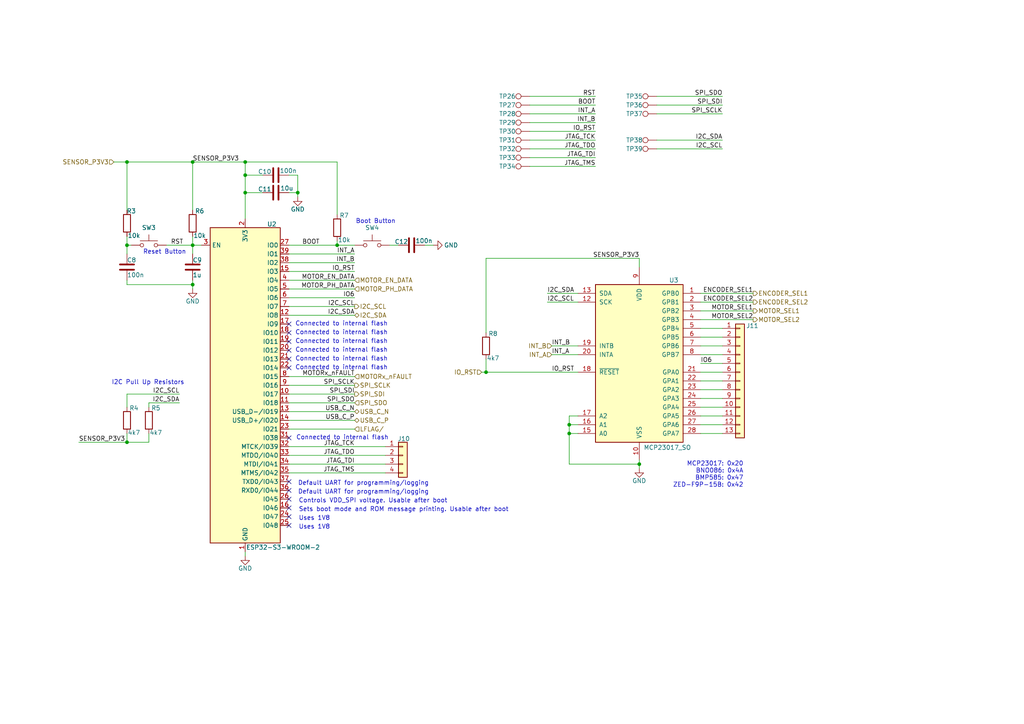
<source format=kicad_sch>
(kicad_sch (version 20250114) (generator "eeschema") (generator_version "9.0")
  (paper "A4")
  (lib_symbols
    (symbol "Connector:TestPoint" (pin_numbers (hide yes)) (pin_names (offset 0.762) (hide yes))
      (property "Reference" "TP" (at 0 6.858 0))
      (property "Value" "TestPoint" (at 0 5.08 0))
      (symbol "TestPoint_0_1"
        (circle (center 0 3.302) (radius 0.762))
      )
      (symbol "TestPoint_1_1"
        (pin passive line (at 0 0 90) (length 2.54) (name "1") (number "1"))
      )
    )
    (symbol "Connector_Generic:Conn_01x04" (pin_names (offset 1.016) (hide yes))
      (property "Reference" "J" (at 0 5.08 0))
      (property "Value" "Conn_01x04" (at 0 -7.62 0))
      (symbol "Conn_01x04_1_1"
        (rectangle (start -1.27 3.81) (end 1.27 -6.35) (stroke (width 0.254)) (fill (type background)))
        (rectangle (start -1.27 2.667) (end 0 2.413) (stroke (width 0.1524)))
        (rectangle (start -1.27 0.127) (end 0 -0.127) (stroke (width 0.1524)))
        (rectangle (start -1.27 -2.413) (end 0 -2.667) (stroke (width 0.1524)))
        (rectangle (start -1.27 -4.953) (end 0 -5.207) (stroke (width 0.1524)))
        (pin passive line (at -5.08 2.54 0) (length 3.81) (name "Pin_1") (number "1"))
        (pin passive line (at -5.08 0 0) (length 3.81) (name "Pin_2") (number "2"))
        (pin passive line (at -5.08 -2.54 0) (length 3.81) (name "Pin_3") (number "3"))
        (pin passive line (at -5.08 -5.08 0) (length 3.81) (name "Pin_4") (number "4"))
      )
    )
    (symbol "Connector_Generic:Conn_01x13" (pin_names (offset 1.016) (hide yes))
      (property "Reference" "J" (at 0 17.78 0))
      (property "Value" "Conn_01x13" (at 0 -17.78 0))
      (symbol "Conn_01x13_1_1"
        (rectangle (start -1.27 16.51) (end 1.27 -16.51) (stroke (width 0.254)) (fill (type background)))
        (rectangle (start -1.27 15.367) (end 0 15.113) (stroke (width 0.1524)))
        (rectangle (start -1.27 12.827) (end 0 12.573) (stroke (width 0.1524)))
        (rectangle (start -1.27 10.287) (end 0 10.033) (stroke (width 0.1524)))
        (rectangle (start -1.27 7.747) (end 0 7.493) (stroke (width 0.1524)))
        (rectangle (start -1.27 5.207) (end 0 4.953) (stroke (width 0.1524)))
        (rectangle (start -1.27 2.667) (end 0 2.413) (stroke (width 0.1524)))
        (rectangle (start -1.27 0.127) (end 0 -0.127) (stroke (width 0.1524)))
        (rectangle (start -1.27 -2.413) (end 0 -2.667) (stroke (width 0.1524)))
        (rectangle (start -1.27 -4.953) (end 0 -5.207) (stroke (width 0.1524)))
        (rectangle (start -1.27 -7.493) (end 0 -7.747) (stroke (width 0.1524)))
        (rectangle (start -1.27 -10.033) (end 0 -10.287) (stroke (width 0.1524)))
        (rectangle (start -1.27 -12.573) (end 0 -12.827) (stroke (width 0.1524)))
        (rectangle (start -1.27 -15.113) (end 0 -15.367) (stroke (width 0.1524)))
        (pin passive line (at -5.08 15.24 0) (length 3.81) (name "Pin_1") (number "1"))
        (pin passive line (at -5.08 12.7 0) (length 3.81) (name "Pin_2") (number "2"))
        (pin passive line (at -5.08 10.16 0) (length 3.81) (name "Pin_3") (number "3"))
        (pin passive line (at -5.08 7.62 0) (length 3.81) (name "Pin_4") (number "4"))
        (pin passive line (at -5.08 5.08 0) (length 3.81) (name "Pin_5") (number "5"))
        (pin passive line (at -5.08 2.54 0) (length 3.81) (name "Pin_6") (number "6"))
        (pin passive line (at -5.08 0 0) (length 3.81) (name "Pin_7") (number "7"))
        (pin passive line (at -5.08 -2.54 0) (length 3.81) (name "Pin_8") (number "8"))
        (pin passive line (at -5.08 -5.08 0) (length 3.81) (name "Pin_9") (number "9"))
        (pin passive line (at -5.08 -7.62 0) (length 3.81) (name "Pin_10") (number "10"))
        (pin passive line (at -5.08 -10.16 0) (length 3.81) (name "Pin_11") (number "11"))
        (pin passive line (at -5.08 -12.7 0) (length 3.81) (name "Pin_12") (number "12"))
        (pin passive line (at -5.08 -15.24 0) (length 3.81) (name "Pin_13") (number "13"))
      )
    )
    (symbol "Device:C" (pin_numbers (hide yes)) (pin_names (offset 0.254))
      (property "Reference" "C" (at 0.635 2.54 0))
      (property "Value" "C" (at 0.635 -2.54 0))
      (symbol "C_0_1"
        (polyline (pts (xy -2.032 0.762) (xy 2.032 0.762)) (stroke (width 0.508)))
        (polyline (pts (xy -2.032 -0.762) (xy 2.032 -0.762)) (stroke (width 0.508)))
      )
      (symbol "C_1_1"
        (pin passive line (at 0 3.81 270) (length 2.794) (name "~") (number "1"))
        (pin passive line (at 0 -3.81 90) (length 2.794) (name "~") (number "2"))
      )
    )
    (symbol "Device:R" (pin_numbers (hide yes)) (pin_names (offset 0))
      (property "Reference" "R" (at 2.032 0 90))
      (property "Value" "R" (at 0 0 90))
      (symbol "R_0_1"
        (rectangle (start -1.016 -2.54) (end 1.016 2.54) (stroke (width 0.254)))
      )
      (symbol "R_1_1"
        (pin passive line (at 0 3.81 270) (length 1.27) (name "~") (number "1"))
        (pin passive line (at 0 -3.81 90) (length 1.27) (name "~") (number "2"))
      )
    )
    (symbol "Interface_Expansion:MCP23017_SO" (pin_names (offset 1.016))
      (property "Reference" "U" (at -11.43 24.13 0))
      (property "Value" "MCP23017_SO" (at 0 0 0))
      (symbol "MCP23017_SO_0_1"
        (rectangle (start -12.7 22.86) (end 12.7 -22.86) (stroke (width 0.254)) (fill (type background)))
      )
      (symbol "MCP23017_SO_1_1"
        (pin bidirectional line (at -17.78 20.32 0) (length 5.08) (name "SDA") (number "13"))
        (pin input line (at -17.78 17.78 0) (length 5.08) (name "SCK") (number "12"))
        (pin tri_state line (at -17.78 5.08 0) (length 5.08) (name "INTB") (number "19"))
        (pin tri_state line (at -17.78 2.54 0) (length 5.08) (name "INTA") (number "20"))
        (pin input line (at -17.78 -2.54 0) (length 5.08) (name "~{RESET}") (number "18"))
        (pin input line (at -17.78 -15.24 0) (length 5.08) (name "A2") (number "17"))
        (pin input line (at -17.78 -17.78 0) (length 5.08) (name "A1") (number "16"))
        (pin input line (at -17.78 -20.32 0) (length 5.08) (name "A0") (number "15"))
        (pin no_connect line (at -12.7 15.24 0) (length 5.08) (hide yes) (name "NC") (number "11"))
        (pin no_connect line (at -12.7 12.7 0) (length 5.08) (hide yes) (name "NC") (number "14"))
        (pin power_in line (at 0 27.94 270) (length 5.08) (name "VDD") (number "9"))
        (pin power_in line (at 0 -27.94 90) (length 5.08) (name "VSS") (number "10"))
        (pin bidirectional line (at 17.78 20.32 180) (length 5.08) (name "GPB0") (number "1"))
        (pin bidirectional line (at 17.78 17.78 180) (length 5.08) (name "GPB1") (number "2"))
        (pin bidirectional line (at 17.78 15.24 180) (length 5.08) (name "GPB2") (number "3"))
        (pin bidirectional line (at 17.78 12.7 180) (length 5.08) (name "GPB3") (number "4"))
        (pin bidirectional line (at 17.78 10.16 180) (length 5.08) (name "GPB4") (number "5"))
        (pin bidirectional line (at 17.78 7.62 180) (length 5.08) (name "GPB5") (number "6"))
        (pin bidirectional line (at 17.78 5.08 180) (length 5.08) (name "GPB6") (number "7"))
        (pin output line (at 17.78 2.54 180) (length 5.08) (name "GPB7") (number "8"))
        (pin bidirectional line (at 17.78 -2.54 180) (length 5.08) (name "GPA0") (number "21"))
        (pin bidirectional line (at 17.78 -5.08 180) (length 5.08) (name "GPA1") (number "22"))
        (pin bidirectional line (at 17.78 -7.62 180) (length 5.08) (name "GPA2") (number "23"))
        (pin bidirectional line (at 17.78 -10.16 180) (length 5.08) (name "GPA3") (number "24"))
        (pin bidirectional line (at 17.78 -12.7 180) (length 5.08) (name "GPA4") (number "25"))
        (pin bidirectional line (at 17.78 -15.24 180) (length 5.08) (name "GPA5") (number "26"))
        (pin bidirectional line (at 17.78 -17.78 180) (length 5.08) (name "GPA6") (number "27"))
        (pin output line (at 17.78 -20.32 180) (length 5.08) (name "GPA7") (number "28"))
      )
    )
    (symbol "RF_Module:ESP32-S3-WROOM-2"
      (property "Reference" "U" (at -10.16 45.72 0))
      (property "Value" "ESP32-S3-WROOM-2" (at 2.54 45.72 0))
      (symbol "ESP32-S3-WROOM-2_0_1"
        (rectangle (start -10.16 45.72) (end 10.16 -45.72) (stroke (width 0.254)) (fill (type background)))
      )
      (symbol "ESP32-S3-WROOM-2_1_1"
        (pin input line (at -12.7 40.64 0) (length 2.54) (name "EN") (number "3"))
        (pin no_connect line (at -10.16 -35.56 0) (length 2.54) (hide yes) (name "NC") (number "28"))
        (pin no_connect line (at -10.16 -38.1 0) (length 2.54) (hide yes) (name "NC") (number "29"))
        (pin no_connect line (at -10.16 -40.64 0) (length 2.54) (hide yes) (name "NC") (number "30"))
        (pin power_in line (at 0 48.26 270) (length 2.54) (name "3V3") (number "2"))
        (pin power_in line (at 0 -48.26 90) (length 2.54) (name "GND") (number "1"))
        (pin passive line (at 0 -48.26 90) (length 2.54) (hide yes) (name "GND") (number "40"))
        (pin passive line (at 0 -48.26 90) (length 2.54) (hide yes) (name "GND") (number "41"))
        (pin bidirectional line (at 12.7 40.64 180) (length 2.54) (name "IO0") (number "27"))
        (pin bidirectional line (at 12.7 38.1 180) (length 2.54) (name "IO1") (number "39"))
        (pin bidirectional line (at 12.7 35.56 180) (length 2.54) (name "IO2") (number "38"))
        (pin bidirectional line (at 12.7 33.02 180) (length 2.54) (name "IO3") (number "15"))
        (pin bidirectional line (at 12.7 30.48 180) (length 2.54) (name "IO4") (number "4"))
        (pin bidirectional line (at 12.7 27.94 180) (length 2.54) (name "IO5") (number "5"))
        (pin bidirectional line (at 12.7 25.4 180) (length 2.54) (name "IO6") (number "6"))
        (pin bidirectional line (at 12.7 22.86 180) (length 2.54) (name "IO7") (number "7"))
        (pin bidirectional line (at 12.7 20.32 180) (length 2.54) (name "IO8") (number "12"))
        (pin bidirectional line (at 12.7 17.78 180) (length 2.54) (name "IO9") (number "17"))
        (pin bidirectional line (at 12.7 15.24 180) (length 2.54) (name "IO10") (number "18"))
        (pin bidirectional line (at 12.7 12.7 180) (length 2.54) (name "IO11") (number "19"))
        (pin bidirectional line (at 12.7 10.16 180) (length 2.54) (name "IO12") (number "20"))
        (pin bidirectional line (at 12.7 7.62 180) (length 2.54) (name "IO13") (number "21"))
        (pin bidirectional line (at 12.7 5.08 180) (length 2.54) (name "IO14") (number "22"))
        (pin bidirectional line (at 12.7 2.54 180) (length 2.54) (name "IO15") (number "8"))
        (pin bidirectional line (at 12.7 0 180) (length 2.54) (name "IO16") (number "9"))
        (pin bidirectional line (at 12.7 -2.54 180) (length 2.54) (name "IO17") (number "10"))
        (pin bidirectional line (at 12.7 -5.08 180) (length 2.54) (name "IO18") (number "11"))
        (pin bidirectional line (at 12.7 -7.62 180) (length 2.54) (name "USB_D-/IO19") (number "13"))
        (pin bidirectional line (at 12.7 -10.16 180) (length 2.54) (name "USB_D+/IO20") (number "14"))
        (pin bidirectional line (at 12.7 -12.7 180) (length 2.54) (name "IO21") (number "23"))
        (pin bidirectional line (at 12.7 -15.24 180) (length 2.54) (name "IO38") (number "31"))
        (pin bidirectional line (at 12.7 -17.78 180) (length 2.54) (name "MTCK/IO39") (number "32"))
        (pin bidirectional line (at 12.7 -20.32 180) (length 2.54) (name "MTDO/IO40") (number "33"))
        (pin bidirectional line (at 12.7 -22.86 180) (length 2.54) (name "MTDI/IO41") (number "34"))
        (pin bidirectional line (at 12.7 -25.4 180) (length 2.54) (name "MTMS/IO42") (number "35"))
        (pin bidirectional line (at 12.7 -27.94 180) (length 2.54) (name "TXD0/IO43") (number "37"))
        (pin bidirectional line (at 12.7 -30.48 180) (length 2.54) (name "RXD0/IO44") (number "36"))
        (pin bidirectional line (at 12.7 -33.02 180) (length 2.54) (name "IO45") (number "26"))
        (pin bidirectional line (at 12.7 -35.56 180) (length 2.54) (name "IO46") (number "16"))
        (pin bidirectional line (at 12.7 -38.1 180) (length 2.54) (name "IO47") (number "24"))
        (pin bidirectional line (at 12.7 -40.64 180) (length 2.54) (name "IO48") (number "25"))
      )
    )
    (symbol "Switch:SW_Push" (pin_numbers (hide yes)) (pin_names (offset 1.016) (hide yes))
      (property "Reference" "SW" (at 1.27 2.54 0))
      (property "Value" "SW_Push" (at 0 -1.524 0))
      (symbol "SW_Push_0_1"
        (circle (center -2.032 0) (radius 0.508))
        (polyline (pts (xy 0 1.27) (xy 0 3.048)))
        (circle (center 2.032 0) (radius 0.508))
        (polyline (pts (xy 2.54 1.27) (xy -2.54 1.27)))
        (pin passive line (at -5.08 0 0) (length 2.54) (name "1") (number "1"))
        (pin passive line (at 5.08 0 180) (length 2.54) (name "2") (number "2"))
      )
    )
    (symbol "power:GND" (power) (pin_numbers (hide yes)) (pin_names (offset 0) (hide yes))
      (property "Value" "GND" (at 0 -3.81 0))
      (symbol "GND_0_1"
        (polyline (pts (xy 0 0) (xy 0 -1.27) (xy 1.27 -1.27) (xy 0 -2.54) (xy -1.27 -1.27) (xy 0 -1.27)))
      )
      (symbol "GND_1_1"
        (pin power_in line (at 0 0 270) (length 0) (name "~") (number "1"))
      )
    )
  )
  (text "Boot Button" (at 108.966 64.262 0) (effects (font (size 1.27 1.27))))
  (text "Connected to internal flash" (at 99.314 127 0) (effects (font (size 1.27 1.27))))
  (text "Connected to internal flash" (at 99.06 96.52 0) (effects (font (size 1.27 1.27))))
  (text "Default UART for programming/logging" (at 105.41 142.748 0) (effects (font (size 1.27 1.27))))
  (text "MCP23017: 0x20\nBNO086: 0x4A\nBMP585: 0x47\nZED-F9P-15B: 0x42" (at 215.646 137.668 0) (effects (font (size 1.27 1.27)) (justify right)))
  (text "Connected to internal flash" (at 99.06 101.6 0) (effects (font (size 1.27 1.27))))
  (text "Default UART for programming/logging" (at 105.41 140.208 0) (effects (font (size 1.27 1.27))))
  (text "Connected to internal flash" (at 99.06 104.14 0) (effects (font (size 1.27 1.27))))
  (text "Uses 1V8" (at 91.186 152.908 0) (effects (font (size 1.27 1.27))))
  (text "I2C Pull Up Resistors" (at 42.926 110.998 0) (effects (font (size 1.27 1.27))))
  (text "Reset Button" (at 47.752 73.152 0) (effects (font (size 1.27 1.27))))
  (text "Connected to internal flash" (at 99.06 106.68 0) (effects (font (size 1.27 1.27))))
  (text "Sets boot mode and ROM message printing. Usable after boot" (at 117.094 147.828 0) (effects (font (size 1.27 1.27))))
  (text "Uses 1V8" (at 91.186 150.368 0) (effects (font (size 1.27 1.27))))
  (text "Connected to internal flash" (at 99.06 93.98 0) (effects (font (size 1.27 1.27))))
  (text "Controls VDD_SPI voltage. Usable after boot" (at 108.204 145.288 0) (effects (font (size 1.27 1.27))))
  (text "Connected to internal flash" (at 99.06 99.06 0) (effects (font (size 1.27 1.27))))
  (junction (at 36.83 128.27))
  (junction (at 71.12 46.99))
  (junction (at 185.42 134.62))
  (junction (at 36.83 46.99))
  (junction (at 97.79 71.12))
  (junction (at 71.12 55.88))
  (junction (at 36.83 71.12))
  (junction (at 165.1 123.19))
  (junction (at 71.12 50.8))
  (junction (at 55.88 46.99))
  (junction (at 55.88 71.12))
  (junction (at 165.1 125.73))
  (junction (at 55.88 82.55))
  (junction (at 140.97 107.95))
  (junction (at 86.36 55.88))
  (no_connect (at 83.82 147.32))
  (no_connect (at 83.82 152.4))
  (no_connect (at 83.82 101.6))
  (no_connect (at 83.82 142.24))
  (no_connect (at 83.82 149.86))
  (no_connect (at 83.82 104.14))
  (no_connect (at 83.82 144.78))
  (no_connect (at 83.82 106.68))
  (no_connect (at 83.82 139.7))
  (no_connect (at 83.82 127))
  (no_connect (at 83.82 93.98))
  (no_connect (at 83.82 96.52))
  (no_connect (at 83.82 99.06))
  (wire (pts (xy 43.18 125.73) (xy 43.18 128.27)))
  (wire (pts (xy 83.82 134.62) (xy 111.76 134.62)))
  (wire (pts (xy 83.82 81.28) (xy 102.87 81.28)))
  (wire (pts (xy 203.2 125.73) (xy 209.55 125.73)))
  (wire (pts (xy 218.44 87.63) (xy 203.2 87.63)))
  (wire (pts (xy 71.12 160.02) (xy 71.12 161.29)))
  (wire (pts (xy 36.83 114.3) (xy 52.07 114.3)))
  (wire (pts (xy 167.64 120.65) (xy 165.1 120.65)))
  (wire (pts (xy 165.1 125.73) (xy 165.1 134.62)))
  (wire (pts (xy 139.7 107.95) (xy 140.97 107.95)))
  (wire (pts (xy 55.88 71.12) (xy 55.88 73.66)))
  (wire (pts (xy 36.83 46.99) (xy 36.83 60.96)))
  (wire (pts (xy 55.88 82.55) (xy 55.88 83.82)))
  (wire (pts (xy 218.44 90.17) (xy 203.2 90.17)))
  (wire (pts (xy 102.87 124.46) (xy 83.82 124.46)))
  (wire (pts (xy 203.2 102.87) (xy 209.55 102.87)))
  (wire (pts (xy 102.87 119.38) (xy 83.82 119.38)))
  (wire (pts (xy 71.12 63.5) (xy 71.12 55.88)))
  (wire (pts (xy 102.87 76.2) (xy 83.82 76.2)))
  (wire (pts (xy 97.79 69.85) (xy 97.79 71.12)))
  (wire (pts (xy 203.2 110.49) (xy 209.55 110.49)))
  (wire (pts (xy 190.5 30.48) (xy 209.55 30.48)))
  (wire (pts (xy 71.12 50.8) (xy 71.12 46.99)))
  (wire (pts (xy 102.87 121.92) (xy 83.82 121.92)))
  (wire (pts (xy 55.88 46.99) (xy 55.88 60.96)))
  (wire (pts (xy 158.75 87.63) (xy 167.64 87.63)))
  (wire (pts (xy 83.82 50.8) (xy 86.36 50.8)))
  (wire (pts (xy 172.72 38.1) (xy 153.67 38.1)))
  (wire (pts (xy 165.1 123.19) (xy 165.1 125.73)))
  (wire (pts (xy 83.82 109.22) (xy 102.87 109.22)))
  (wire (pts (xy 165.1 125.73) (xy 167.64 125.73)))
  (wire (pts (xy 165.1 120.65) (xy 165.1 123.19)))
  (wire (pts (xy 160.02 102.87) (xy 167.64 102.87)))
  (wire (pts (xy 102.87 73.66) (xy 83.82 73.66)))
  (wire (pts (xy 48.26 71.12) (xy 55.88 71.12)))
  (wire (pts (xy 36.83 82.55) (xy 55.88 82.55)))
  (wire (pts (xy 203.2 105.41) (xy 209.55 105.41)))
  (wire (pts (xy 86.36 55.88) (xy 86.36 57.15)))
  (wire (pts (xy 83.82 55.88) (xy 86.36 55.88)))
  (wire (pts (xy 22.86 128.27) (xy 36.83 128.27)))
  (wire (pts (xy 97.79 46.99) (xy 97.79 62.23)))
  (wire (pts (xy 33.02 46.99) (xy 36.83 46.99)))
  (wire (pts (xy 172.72 33.02) (xy 153.67 33.02)))
  (wire (pts (xy 203.2 100.33) (xy 209.55 100.33)))
  (wire (pts (xy 36.83 46.99) (xy 55.88 46.99)))
  (wire (pts (xy 203.2 118.11) (xy 209.55 118.11)))
  (wire (pts (xy 36.83 68.58) (xy 36.83 71.12)))
  (wire (pts (xy 140.97 74.93) (xy 185.42 74.93)))
  (wire (pts (xy 36.83 128.27) (xy 43.18 128.27)))
  (wire (pts (xy 36.83 81.28) (xy 36.83 82.55)))
  (wire (pts (xy 172.72 43.18) (xy 153.67 43.18)))
  (wire (pts (xy 172.72 35.56) (xy 153.67 35.56)))
  (wire (pts (xy 36.83 125.73) (xy 36.83 128.27)))
  (wire (pts (xy 55.88 68.58) (xy 55.88 71.12)))
  (wire (pts (xy 209.55 27.94) (xy 190.5 27.94)))
  (wire (pts (xy 172.72 40.64) (xy 153.67 40.64)))
  (wire (pts (xy 172.72 30.48) (xy 153.67 30.48)))
  (wire (pts (xy 83.82 132.08) (xy 111.76 132.08)))
  (wire (pts (xy 102.87 114.3) (xy 83.82 114.3)))
  (wire (pts (xy 203.2 123.19) (xy 209.55 123.19)))
  (wire (pts (xy 209.55 40.64) (xy 190.5 40.64)))
  (wire (pts (xy 102.87 111.76) (xy 83.82 111.76)))
  (wire (pts (xy 218.44 85.09) (xy 203.2 85.09)))
  (wire (pts (xy 140.97 104.14) (xy 140.97 107.95)))
  (wire (pts (xy 83.82 86.36) (xy 102.87 86.36)))
  (wire (pts (xy 165.1 123.19) (xy 167.64 123.19)))
  (wire (pts (xy 102.87 78.74) (xy 83.82 78.74)))
  (wire (pts (xy 113.03 71.12) (xy 115.57 71.12)))
  (wire (pts (xy 172.72 45.72) (xy 153.67 45.72)))
  (wire (pts (xy 158.75 85.09) (xy 167.64 85.09)))
  (wire (pts (xy 86.36 50.8) (xy 86.36 55.88)))
  (wire (pts (xy 172.72 48.26) (xy 153.67 48.26)))
  (wire (pts (xy 71.12 46.99) (xy 97.79 46.99)))
  (wire (pts (xy 102.87 116.84) (xy 83.82 116.84)))
  (wire (pts (xy 36.83 71.12) (xy 36.83 73.66)))
  (wire (pts (xy 185.42 74.93) (xy 185.42 77.47)))
  (wire (pts (xy 160.02 100.33) (xy 167.64 100.33)))
  (wire (pts (xy 36.83 114.3) (xy 36.83 118.11)))
  (wire (pts (xy 203.2 113.03) (xy 209.55 113.03)))
  (wire (pts (xy 83.82 83.82) (xy 102.87 83.82)))
  (wire (pts (xy 209.55 33.02) (xy 190.5 33.02)))
  (wire (pts (xy 203.2 115.57) (xy 209.55 115.57)))
  (wire (pts (xy 185.42 134.62) (xy 185.42 135.89)))
  (wire (pts (xy 203.2 97.79) (xy 209.55 97.79)))
  (wire (pts (xy 165.1 134.62) (xy 185.42 134.62)))
  (wire (pts (xy 140.97 74.93) (xy 140.97 96.52)))
  (wire (pts (xy 83.82 137.16) (xy 111.76 137.16)))
  (wire (pts (xy 218.44 92.71) (xy 203.2 92.71)))
  (wire (pts (xy 55.88 46.99) (xy 71.12 46.99)))
  (wire (pts (xy 123.19 71.12) (xy 125.73 71.12)))
  (wire (pts (xy 83.82 88.9) (xy 102.87 88.9)))
  (wire (pts (xy 97.79 71.12) (xy 102.87 71.12)))
  (wire (pts (xy 185.42 133.35) (xy 185.42 134.62)))
  (wire (pts (xy 36.83 71.12) (xy 38.1 71.12)))
  (wire (pts (xy 43.18 116.84) (xy 52.07 116.84)))
  (wire (pts (xy 55.88 81.28) (xy 55.88 82.55)))
  (wire (pts (xy 203.2 107.95) (xy 209.55 107.95)))
  (wire (pts (xy 71.12 55.88) (xy 76.2 55.88)))
  (wire (pts (xy 55.88 71.12) (xy 58.42 71.12)))
  (wire (pts (xy 203.2 95.25) (xy 209.55 95.25)))
  (wire (pts (xy 83.82 129.54) (xy 111.76 129.54)))
  (wire (pts (xy 203.2 120.65) (xy 209.55 120.65)))
  (wire (pts (xy 43.18 116.84) (xy 43.18 118.11)))
  (wire (pts (xy 71.12 55.88) (xy 71.12 50.8)))
  (wire (pts (xy 209.55 43.18) (xy 190.5 43.18)))
  (wire (pts (xy 83.82 71.12) (xy 97.79 71.12)))
  (wire (pts (xy 140.97 107.95) (xy 167.64 107.95)))
  (wire (pts (xy 71.12 50.8) (xy 76.2 50.8)))
  (wire (pts (xy 172.72 27.94) (xy 153.67 27.94)))
  (wire (pts (xy 102.87 91.44) (xy 83.82 91.44)))
  (label "JTAG_TMS" (at 102.87 137.16 180))
  (label "SPI_SCLK" (at 209.55 33.02 180))
  (label "JTAG_TDO" (at 172.72 43.18 180))
  (label "SPI_SDI" (at 209.55 30.48 180))
  (label "MOTOR_EN_DATA" (at 102.87 81.28 180))
  (label "JTAG_TMS" (at 172.72 48.26 180))
  (label "INT_A" (at 160.02 102.87 0))
  (label "JTAG_TDO" (at 102.87 132.08 180))
  (label "IO6" (at 102.87 86.36 180))
  (label "BOOT" (at 87.63 71.12 0))
  (label "IO_RST" (at 160.02 107.95 0))
  (label "RST" (at 172.72 27.94 180))
  (label "BOOT" (at 172.72 30.48 180))
  (label "I2C_SDA" (at 158.75 85.09 0))
  (label "I2C_SDA" (at 209.55 40.64 180))
  (label "INT_A" (at 102.87 73.66 180))
  (label "SENSOR_P3V3" (at 22.86 128.27 0))
  (label "SPI_SDO" (at 209.55 27.94 180))
  (label "INT_B" (at 102.87 76.2 180))
  (label "INT_B" (at 172.72 35.56 180))
  (label "USB_C_P" (at 102.87 121.92 180) (effects (font (thickness 0.1588))))
  (label "SPI_SCLK" (at 102.87 111.76 180))
  (label "ENCODER_SEL1" (at 218.44 85.09 180))
  (label "INT_A" (at 172.72 33.02 180))
  (label "INT_B" (at 160.02 100.33 0))
  (label "IO_RST" (at 172.72 38.1 180))
  (label "I2C_SCL" (at 102.87 88.9 180))
  (label "MOTOR_SEL1" (at 218.44 90.17 180))
  (label "IO6" (at 203.2 105.41 0))
  (label "IO_RST" (at 102.87 78.74 180))
  (label "JTAG_TCK" (at 172.72 40.64 180))
  (label "SENSOR_P3V3" (at 185.42 74.93 180))
  (label "MOTORx_nFAULT" (at 102.87 109.22 180))
  (label "I2C_SCL" (at 52.07 114.3 180))
  (label "MOTOR_SEL2" (at 218.44 92.71 180))
  (label "JTAG_TCK" (at 102.87 129.54 180))
  (label "JTAG_TDI" (at 102.87 134.62 180))
  (label "MOTOR_PH_DATA" (at 102.87 83.82 180))
  (label "I2C_SCL" (at 209.55 43.18 180))
  (label "ENCODER_SEL2" (at 218.44 87.63 180))
  (label "I2C_SDA" (at 102.87 91.44 180))
  (label "SPI_SDI" (at 102.87 114.3 180))
  (label "I2C_SDA" (at 52.07 116.84 180))
  (label "RST" (at 49.53 71.12 0))
  (label "USB_C_N" (at 102.87 119.38 180) (effects (font (thickness 0.1588))))
  (label "I2C_SCL" (at 158.75 87.63 0))
  (label "JTAG_TDI" (at 172.72 45.72 180))
  (label "SPI_SDO" (at 102.87 116.84 180))
  (label "SENSOR_P3V3" (at 55.88 46.99 0))
  (hierarchical_label "LFLAG{slash}" (shape input) (at 102.87 124.46 0))
  (hierarchical_label "I2C_SCL" (shape output) (at 102.87 88.9 0))
  (hierarchical_label "MOTOR_PH_DATA" (shape input) (at 102.87 83.82 0))
  (hierarchical_label "MOTORx_nFAULT" (shape input) (at 102.87 109.22 0))
  (hierarchical_label "MOTOR_EN_DATA" (shape input) (at 102.87 81.28 0))
  (hierarchical_label "SPI_SDO" (shape input) (at 102.87 116.84 0))
  (hierarchical_label "SPI_SCLK" (shape output) (at 102.87 111.76 0))
  (hierarchical_label "I2C_SDA" (shape bidirectional) (at 102.87 91.44 0))
  (hierarchical_label "SENSOR_P3V3" (shape input) (at 33.02 46.99 180))
  (hierarchical_label "MOTOR_SEL2" (shape output) (at 218.44 92.71 0))
  (hierarchical_label "ENCODER_SEL2" (shape output) (at 218.44 87.63 0))
  (hierarchical_label "INT_B" (shape input) (at 160.02 100.33 180))
  (hierarchical_label "IO_RST" (shape input) (at 139.7 107.95 180))
  (hierarchical_label "USB_C_P" (shape bidirectional) (at 102.87 121.92 0))
  (hierarchical_label "USB_C_N" (shape bidirectional) (at 102.87 119.38 0))
  (hierarchical_label "ENCODER_SEL1" (shape output) (at 218.44 85.09 0))
  (hierarchical_label "INT_A" (shape input) (at 160.02 102.87 180))
  (hierarchical_label "MOTOR_SEL1" (shape output) (at 218.44 90.17 0))
  (hierarchical_label "SPI_SDI" (shape output) (at 102.87 114.3 0))
  (symbol (lib_id "Connector:TestPoint") (at 190.5 43.18 90) (unit 1)
    (property "Reference" "TP39" (at 186.436 43.18 90) (effects (justify left)))
    (property "Value" "TestPoint" (effects (hide yes)))
    (property "Description" "test point" (effects (hide yes)))
  )
  (symbol (lib_id "power:GND") (at 86.36 57.15 0) (unit 1)
    (property "Reference" "#PWR017" (effects (hide yes)))
    (property "Value" "GND" (at 88.392 60.706 0) (effects (justify right)))
    (property "Description" "Power symbol creates a global label with name \"GND\" , ground" (effects (hide yes)))
  )
  (symbol (lib_id "Connector:TestPoint") (at 153.67 48.26 90) (unit 1)
    (property "Reference" "TP34" (at 149.606 48.26 90) (effects (justify left)))
    (property "Value" "TestPoint" (effects (hide yes)))
    (property "Description" "test point" (effects (hide yes)))
  )
  (symbol (lib_id "Connector:TestPoint") (at 190.5 27.94 90) (unit 1)
    (property "Reference" "TP35" (at 186.436 27.94 90) (effects (justify left)))
    (property "Value" "TestPoint" (effects (hide yes)))
    (property "Description" "test point" (effects (hide yes)))
  )
  (symbol (lib_id "Device:C") (at 80.01 55.88 90) (unit 1)
    (property "Reference" "C11" (at 78.74 54.864 90) (effects (justify left)))
    (property "Value" "10u" (at 85.09 54.61 90) (effects (justify left)))
    (property "Footprint" "Capacitor_SMD:C_1206_3216Metric_Pad1.33x1.80mm_HandSolder" (effects (hide yes)))
    (property "Description" "Unpolarized capacitor" (effects (hide yes)))
    (property "Link" "https://mou.sr/4l54Mdx" (effects (hide yes)))
    (property "Manufacturer Part Number" " CL31A106KBHNNNE" (effects (hide yes)))
    (property "Price per Unit" "0.11" (effects (hide yes)))
    (property "Supplier" "Mouser" (effects (hide yes)))
    (property "Supplier Part Number" "187-CL31A106KBHNNNE" (effects (hide yes)))
  )
  (symbol (lib_id "Connector_Generic:Conn_01x04") (at 116.84 132.08 0) (unit 1)
    (property "Reference" "J10" (at 115.316 127.254 0) (effects (justify left)))
    (property "Value" "Conn_01x04" (effects (hide yes)))
    (property "Description" "Generic connector, single row, 01x04, script generated (kicad-library-utils/schlib/autogen/connector/)" (effects (hide yes)))
  )
  (symbol (lib_id "Connector_Generic:Conn_01x13") (at 214.63 110.49 0) (unit 1)
    (property "Reference" "J11" (at 216.408 94.488 0) (effects (justify left)))
    (property "Value" "Conn_01x13" (effects (hide yes)))
    (property "Description" "Generic connector, single row, 01x13, script generated (kicad-library-utils/schlib/autogen/connector/)" (effects (hide yes)))
  )
  (symbol (lib_id "Connector:TestPoint") (at 153.67 45.72 90) (unit 1)
    (property "Reference" "TP33" (at 149.606 45.72 90) (effects (justify left)))
    (property "Value" "TestPoint" (effects (hide yes)))
    (property "Description" "test point" (effects (hide yes)))
  )
  (symbol (lib_id "Connector:TestPoint") (at 190.5 33.02 90) (unit 1)
    (property "Reference" "TP37" (at 186.436 33.02 90) (effects (justify left)))
    (property "Value" "TestPoint" (effects (hide yes)))
    (property "Description" "test point" (effects (hide yes)))
  )
  (symbol (lib_id "power:GND") (at 55.88 83.82 0) (unit 1)
    (property "Reference" "#PWR015" (effects (hide yes)))
    (property "Value" "GND" (at 57.912 87.376 0) (effects (justify right)))
    (property "Description" "Power symbol creates a global label with name \"GND\" , ground" (effects (hide yes)))
  )
  (symbol (lib_id "Connector:TestPoint") (at 190.5 40.64 90) (unit 1)
    (property "Reference" "TP38" (at 186.436 40.64 90) (effects (justify left)))
    (property "Value" "TestPoint" (effects (hide yes)))
    (property "Description" "test point" (effects (hide yes)))
  )
  (symbol (lib_id "power:GND") (at 185.42 135.89 0) (unit 1)
    (property "Reference" "#PWR019" (effects (hide yes)))
    (property "Value" "GND" (at 187.452 139.446 0) (effects (justify right)))
    (property "Description" "Power symbol creates a global label with name \"GND\" , ground" (effects (hide yes)))
  )
  (symbol (lib_id "Device:C") (at 80.01 50.8 90) (unit 1)
    (property "Reference" "C10" (at 78.74 49.784 90) (effects (justify left)))
    (property "Value" "100n" (at 86.106 49.53 90) (effects (justify left)))
    (property "Footprint" "Capacitor_SMD:C_1206_3216Metric_Pad1.33x1.80mm_HandSolder" (effects (hide yes)))
    (property "Description" "Unpolarized capacitor" (effects (hide yes)))
    (property "Link" "https://mou.sr/4n9ybmQ" (effects (hide yes)))
    (property "Manufacturer Part Number" "CL31B104KBCNNNC" (effects (hide yes)))
    (property "Price per Unit" "0.11" (effects (hide yes)))
    (property "Supplier" "Mouser" (effects (hide yes)))
    (property "Supplier Part Number" "187-CL31B104KBCNNNC" (effects (hide yes)))
  )
  (symbol (lib_id "Switch:SW_Push") (at 43.18 71.12 0) (unit 1)
    (property "Reference" "SW3" (at 43.18 66.04 0))
    (property "Value" "SW_Push" (effects (hide yes)))
    (property "Description" "Push button switch, generic, two pins" (effects (hide yes)))
  )
  (symbol (lib_id "power:GND") (at 125.73 71.12 90) (unit 1)
    (property "Reference" "#PWR018" (effects (hide yes)))
    (property "Value" "GND" (at 128.778 71.12 90) (effects (justify right)))
    (property "Description" "Power symbol creates a global label with name \"GND\" , ground" (effects (hide yes)))
  )
  (symbol (lib_id "Device:C") (at 36.83 77.47 0) (unit 1)
    (property "Reference" "C8" (at 36.83 75.438 0) (effects (justify left)))
    (property "Value" "100n" (at 36.83 79.756 0) (effects (justify left)))
    (property "Footprint" "Capacitor_SMD:C_1206_3216Metric_Pad1.33x1.80mm_HandSolder" (effects (hide yes)))
    (property "Description" "Unpolarized capacitor" (effects (hide yes)))
    (property "Link" "https://mou.sr/4n9ybmQ" (effects (hide yes)))
    (property "Manufacturer Part Number" "CL31B104KBCNNNC" (effects (hide yes)))
    (property "Price per Unit" "0.11" (effects (hide yes)))
    (property "Supplier" "Mouser" (effects (hide yes)))
    (property "Supplier Part Number" "187-CL31B104KBCNNNC" (effects (hide yes)))
  )
  (symbol (lib_id "Device:R") (at 97.79 66.04 0) (unit 1)
    (property "Reference" "R7" (at 99.822 62.484 0))
    (property "Value" "10k" (at 99.822 69.596 0))
    (property "Description" "Resistor" (effects (hide yes)))
  )
  (symbol (lib_id "Connector:TestPoint") (at 153.67 40.64 90) (unit 1)
    (property "Reference" "TP31" (at 149.606 40.64 90) (effects (justify left)))
    (property "Value" "TestPoint" (effects (hide yes)))
    (property "Description" "test point" (effects (hide yes)))
  )
  (symbol (lib_id "Connector:TestPoint") (at 153.67 38.1 90) (unit 1)
    (property "Reference" "TP30" (at 149.606 38.1 90) (effects (justify left)))
    (property "Value" "TestPoint" (effects (hide yes)))
    (property "Description" "test point" (effects (hide yes)))
  )
  (symbol (lib_id "Device:R") (at 36.83 121.92 0) (unit 1)
    (property "Reference" "R4" (at 38.862 118.364 0))
    (property "Value" "4k7" (at 38.862 125.476 0))
    (property "Description" "Resistor" (effects (hide yes)))
  )
  (symbol (lib_id "Connector:TestPoint") (at 190.5 30.48 90) (unit 1)
    (property "Reference" "TP36" (at 186.436 30.48 90) (effects (justify left)))
    (property "Value" "TestPoint" (effects (hide yes)))
    (property "Description" "test point" (effects (hide yes)))
  )
  (symbol (lib_id "power:GND") (at 71.12 161.29 0) (unit 1)
    (property "Reference" "#PWR016" (effects (hide yes)))
    (property "Value" "GND" (at 73.152 164.846 0) (effects (justify right)))
    (property "Description" "Power symbol creates a global label with name \"GND\" , ground" (effects (hide yes)))
  )
  (symbol (lib_id "Device:R") (at 36.83 64.77 0) (unit 1)
    (property "Reference" "R3" (at 38.1 61.214 0))
    (property "Value" "10k" (at 38.862 68.326 0))
    (property "Description" "Resistor" (effects (hide yes)))
  )
  (symbol (lib_id "Interface_Expansion:MCP23017_SO") (at 185.42 105.41 0) (unit 1)
    (property "Reference" "U3" (at 194.056 81.28 0) (effects (justify left)))
    (property "Value" "MCP23017_SO" (at 186.69 129.794 0) (effects (justify left)))
    (property "Datasheet" "https://ww1.microchip.com/downloads/aemDocuments/documents/APID/ProductDocuments/DataSheets/MCP23017-Data-Sheet-DS20001952.pdf" (effects (hide yes)))
    (property "Description" "16-bit I/O expander, I2C, interrupts, w pull-ups, GPA/B7 output only (https://microchip.my.site.com/s/article/GPA7---GPB7-Cannot-Be-Used-as-Inputs-In-MCP23017),  SOIC-28" (effects (hide yes)))
  )
  (symbol (lib_id "Connector:TestPoint") (at 153.67 35.56 90) (unit 1)
    (property "Reference" "TP29" (at 149.606 35.56 90) (effects (justify left)))
    (property "Value" "TestPoint" (effects (hide yes)))
    (property "Description" "test point" (effects (hide yes)))
  )
  (symbol (lib_id "Device:R") (at 43.18 121.92 0) (unit 1)
    (property "Reference" "R5" (at 45.212 118.364 0))
    (property "Value" "4k7" (at 45.212 125.476 0))
    (property "Description" "Resistor" (effects (hide yes)))
  )
  (symbol (lib_id "Device:R") (at 140.97 100.33 0) (unit 1)
    (property "Reference" "R8" (at 143.002 96.774 0))
    (property "Value" "4k7" (at 143.002 103.886 0))
    (property "Description" "Resistor" (effects (hide yes)))
  )
  (symbol (lib_id "Connector:TestPoint") (at 153.67 30.48 90) (unit 1)
    (property "Reference" "TP27" (at 149.606 30.48 90) (effects (justify left)))
    (property "Value" "TestPoint" (effects (hide yes)))
    (property "Description" "test point" (effects (hide yes)))
  )
  (symbol (lib_id "Connector:TestPoint") (at 153.67 43.18 90) (unit 1)
    (property "Reference" "TP32" (at 149.606 43.18 90) (effects (justify left)))
    (property "Value" "TestPoint" (effects (hide yes)))
    (property "Description" "test point" (effects (hide yes)))
  )
  (symbol (lib_id "Device:C") (at 55.88 77.47 0) (unit 1)
    (property "Reference" "C9" (at 55.88 75.438 0) (effects (justify left)))
    (property "Value" "1u" (at 55.88 79.756 0) (effects (justify left)))
    (property "Footprint" "Capacitor_SMD:C_1206_3216Metric_Pad1.33x1.80mm_HandSolder" (effects (hide yes)))
    (property "Description" "Unpolarized capacitor" (effects (hide yes)))
    (property "Link" "https://mou.sr/41y0aEA" (effects (hide yes)))
    (property "Manufacturer Part Number" "CL31B105KBHNNNE" (effects (hide yes)))
    (property "Price per Unit" "0.11" (effects (hide yes)))
    (property "Supplier" "Mouser" (effects (hide yes)))
    (property "Supplier Part Number" "187-CL31B105KBHNNNE" (effects (hide yes)))
  )
  (symbol (lib_id "Connector:TestPoint") (at 153.67 27.94 90) (unit 1)
    (property "Reference" "TP26" (at 149.606 27.94 90) (effects (justify left)))
    (property "Value" "TestPoint" (effects (hide yes)))
    (property "Description" "test point" (effects (hide yes)))
  )
  (symbol (lib_id "Device:C") (at 119.38 71.12 90) (unit 1)
    (property "Reference" "C12" (at 118.364 70.104 90) (effects (justify left)))
    (property "Value" "100n" (at 125.476 69.85 90) (effects (justify left)))
    (property "Footprint" "Capacitor_SMD:C_1206_3216Metric_Pad1.33x1.80mm_HandSolder" (effects (hide yes)))
    (property "Description" "Unpolarized capacitor" (effects (hide yes)))
    (property "Link" "https://mou.sr/4n9ybmQ" (effects (hide yes)))
    (property "Manufacturer Part Number" "CL31B104KBCNNNC" (effects (hide yes)))
    (property "Price per Unit" "0.11" (effects (hide yes)))
    (property "Supplier" "Mouser" (effects (hide yes)))
    (property "Supplier Part Number" "187-CL31B104KBCNNNC" (effects (hide yes)))
  )
  (symbol (lib_id "Device:R") (at 55.88 64.77 0) (unit 1)
    (property "Reference" "R6" (at 57.912 61.214 0))
    (property "Value" "10k" (at 57.912 68.326 0))
    (property "Description" "Resistor" (effects (hide yes)))
  )
  (symbol (lib_id "Connector:TestPoint") (at 153.67 33.02 90) (unit 1)
    (property "Reference" "TP28" (at 149.606 33.02 90) (effects (justify left)))
    (property "Value" "TestPoint" (effects (hide yes)))
    (property "Description" "test point" (effects (hide yes)))
  )
  (symbol (lib_id "RF_Module:ESP32-S3-WROOM-2") (at 71.12 111.76 0) (unit 1)
    (property "Reference" "U2" (at 77.47 65.024 0) (effects (justify left)))
    (property "Value" "ESP32-S3-WROOM-2" (at 71.374 158.75 0) (effects (justify left)))
    (property "Footprint" "RF_Module:ESP32-S3-WROOM-2" (effects (hide yes)))
    (property "Datasheet" "https://www.espressif.com/sites/default/files/documentation/esp32-s3-wroom-2_datasheet_en.pdf" (effects (hide yes)))
    (property "Description" "RF Module, 2.4 GHz, Wi­-Fi, Bluetooth, BLE, ESP32­-S3R8V" (effects (hide yes)))
  )
  (symbol (lib_id "Switch:SW_Push") (at 107.95 71.12 0) (unit 1)
    (property "Reference" "SW4" (at 107.95 66.04 0))
    (property "Value" "SW_Push" (effects (hide yes)))
    (property "Description" "Push button switch, generic, two pins" (effects (hide yes)))
  )
)
</source>
